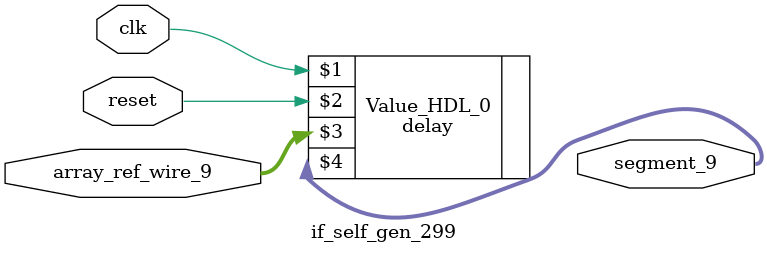
<source format=v>
module if_self_gen_299( input clk, input reset, input [31:0]array_ref_wire_9, output [31:0]segment_9); 
	wire [31:0]segment_9;
	//Proceed with segment_9 = array_ref_wire_9
	delay Value_HDL_0 ( clk, reset, array_ref_wire_9, segment_9);
endmodule
</source>
